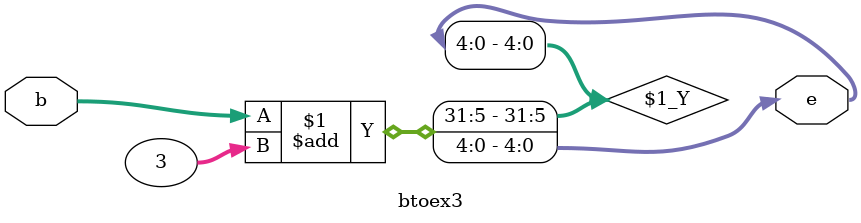
<source format=v>
`timescale 1ns / 1ps


module btoex3(input [3:0]b, output [4:0]e);
assign e = b + 3;
endmodule

</source>
